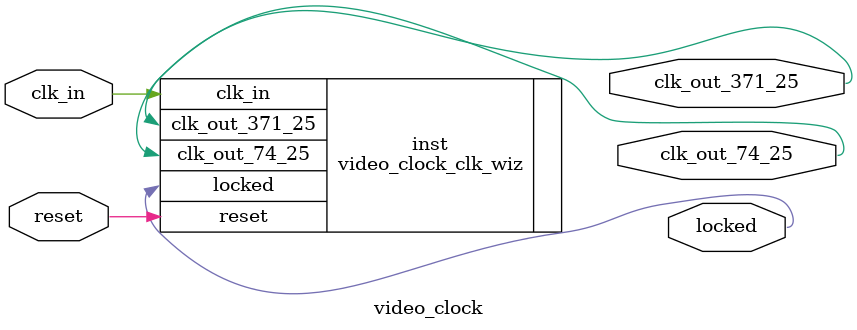
<source format=v>


`timescale 1ps/1ps

(* CORE_GENERATION_INFO = "video_clock,clk_wiz_v6_0_2_0_0,{component_name=video_clock,use_phase_alignment=true,use_min_o_jitter=false,use_max_i_jitter=false,use_dyn_phase_shift=false,use_inclk_switchover=false,use_dyn_reconfig=false,enable_axi=0,feedback_source=FDBK_AUTO,PRIMITIVE=MMCM,num_out_clk=2,clkin1_period=20.000,clkin2_period=10.0,use_power_down=false,use_reset=true,use_locked=true,use_inclk_stopped=false,feedback_type=SINGLE,CLOCK_MGR_TYPE=NA,manual_override=false}" *)

module video_clock 
 (
  // Clock out ports
  output        clk_out_74_25,
  output        clk_out_371_25,
  // Status and control signals
  input         reset,
  output        locked,
 // Clock in ports
  input         clk_in
 );

  video_clock_clk_wiz inst
  (
  // Clock out ports  
  .clk_out_74_25(clk_out_74_25),
  .clk_out_371_25(clk_out_371_25),
  // Status and control signals               
  .reset(reset), 
  .locked(locked),
 // Clock in ports
  .clk_in(clk_in)
  );

endmodule

</source>
